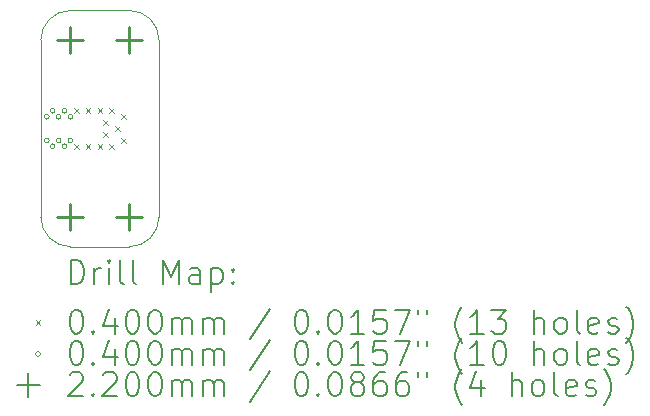
<source format=gbr>
%FSLAX45Y45*%
G04 Gerber Fmt 4.5, Leading zero omitted, Abs format (unit mm)*
G04 Created by KiCad (PCBNEW 6.0.1-79c1e3a40b~116~ubuntu20.04.1) date 2022-01-29 12:40:05*
%MOMM*%
%LPD*%
G01*
G04 APERTURE LIST*
%TA.AperFunction,Profile*%
%ADD10C,0.100000*%
%TD*%
%ADD11C,0.200000*%
%ADD12C,0.040000*%
%ADD13C,0.220000*%
G04 APERTURE END LIST*
D10*
X16250000Y-8500000D02*
X16250000Y-10000000D01*
X15500000Y-8250000D02*
G75*
G03*
X15250000Y-8500000I0J-250000D01*
G01*
X15250000Y-10000000D02*
G75*
G03*
X15500000Y-10250000I250000J0D01*
G01*
X16000000Y-10250000D02*
G75*
G03*
X16250000Y-10000000I0J250000D01*
G01*
X15500000Y-8250000D02*
X16000000Y-8250000D01*
X15250000Y-10000000D02*
X15250000Y-8500000D01*
X16000000Y-10250000D02*
X15500000Y-10250000D01*
X16250000Y-8500000D02*
G75*
G03*
X16000000Y-8250000I-250000J0D01*
G01*
D11*
D12*
X15530000Y-9080000D02*
X15570000Y-9120000D01*
X15570000Y-9080000D02*
X15530000Y-9120000D01*
X15530000Y-9380000D02*
X15570000Y-9420000D01*
X15570000Y-9380000D02*
X15530000Y-9420000D01*
X15630000Y-9080000D02*
X15670000Y-9120000D01*
X15670000Y-9080000D02*
X15630000Y-9120000D01*
X15630000Y-9380000D02*
X15670000Y-9420000D01*
X15670000Y-9380000D02*
X15630000Y-9420000D01*
X15730000Y-9080000D02*
X15770000Y-9120000D01*
X15770000Y-9080000D02*
X15730000Y-9120000D01*
X15730000Y-9380000D02*
X15770000Y-9420000D01*
X15770000Y-9380000D02*
X15730000Y-9420000D01*
X15780000Y-9180000D02*
X15820000Y-9220000D01*
X15820000Y-9180000D02*
X15780000Y-9220000D01*
X15780000Y-9280000D02*
X15820000Y-9320000D01*
X15820000Y-9280000D02*
X15780000Y-9320000D01*
X15830000Y-9080000D02*
X15870000Y-9120000D01*
X15870000Y-9080000D02*
X15830000Y-9120000D01*
X15830000Y-9380000D02*
X15870000Y-9420000D01*
X15870000Y-9380000D02*
X15830000Y-9420000D01*
X15880000Y-9230000D02*
X15920000Y-9270000D01*
X15920000Y-9230000D02*
X15880000Y-9270000D01*
X15930000Y-9130000D02*
X15970000Y-9170000D01*
X15970000Y-9130000D02*
X15930000Y-9170000D01*
X15930000Y-9330000D02*
X15970000Y-9370000D01*
X15970000Y-9330000D02*
X15930000Y-9370000D01*
X15320000Y-9150000D02*
G75*
G03*
X15320000Y-9150000I-20000J0D01*
G01*
X15320000Y-9350000D02*
G75*
G03*
X15320000Y-9350000I-20000J0D01*
G01*
X15370000Y-9100000D02*
G75*
G03*
X15370000Y-9100000I-20000J0D01*
G01*
X15370000Y-9400000D02*
G75*
G03*
X15370000Y-9400000I-20000J0D01*
G01*
X15420000Y-9150000D02*
G75*
G03*
X15420000Y-9150000I-20000J0D01*
G01*
X15420000Y-9350000D02*
G75*
G03*
X15420000Y-9350000I-20000J0D01*
G01*
X15470000Y-9100000D02*
G75*
G03*
X15470000Y-9100000I-20000J0D01*
G01*
X15470000Y-9400000D02*
G75*
G03*
X15470000Y-9400000I-20000J0D01*
G01*
X15520000Y-9150000D02*
G75*
G03*
X15520000Y-9150000I-20000J0D01*
G01*
X15520000Y-9350000D02*
G75*
G03*
X15520000Y-9350000I-20000J0D01*
G01*
D13*
X15500000Y-8390000D02*
X15500000Y-8610000D01*
X15390000Y-8500000D02*
X15610000Y-8500000D01*
X15500000Y-9890000D02*
X15500000Y-10110000D01*
X15390000Y-10000000D02*
X15610000Y-10000000D01*
X16000000Y-8390000D02*
X16000000Y-8610000D01*
X15890000Y-8500000D02*
X16110000Y-8500000D01*
X16000000Y-9890000D02*
X16000000Y-10110000D01*
X15890000Y-10000000D02*
X16110000Y-10000000D01*
D11*
X15502619Y-10565476D02*
X15502619Y-10365476D01*
X15550238Y-10365476D01*
X15578809Y-10375000D01*
X15597857Y-10394048D01*
X15607381Y-10413095D01*
X15616905Y-10451190D01*
X15616905Y-10479762D01*
X15607381Y-10517857D01*
X15597857Y-10536905D01*
X15578809Y-10555952D01*
X15550238Y-10565476D01*
X15502619Y-10565476D01*
X15702619Y-10565476D02*
X15702619Y-10432143D01*
X15702619Y-10470238D02*
X15712143Y-10451190D01*
X15721667Y-10441667D01*
X15740714Y-10432143D01*
X15759762Y-10432143D01*
X15826428Y-10565476D02*
X15826428Y-10432143D01*
X15826428Y-10365476D02*
X15816905Y-10375000D01*
X15826428Y-10384524D01*
X15835952Y-10375000D01*
X15826428Y-10365476D01*
X15826428Y-10384524D01*
X15950238Y-10565476D02*
X15931190Y-10555952D01*
X15921667Y-10536905D01*
X15921667Y-10365476D01*
X16055000Y-10565476D02*
X16035952Y-10555952D01*
X16026428Y-10536905D01*
X16026428Y-10365476D01*
X16283571Y-10565476D02*
X16283571Y-10365476D01*
X16350238Y-10508333D01*
X16416905Y-10365476D01*
X16416905Y-10565476D01*
X16597857Y-10565476D02*
X16597857Y-10460714D01*
X16588333Y-10441667D01*
X16569286Y-10432143D01*
X16531190Y-10432143D01*
X16512143Y-10441667D01*
X16597857Y-10555952D02*
X16578809Y-10565476D01*
X16531190Y-10565476D01*
X16512143Y-10555952D01*
X16502619Y-10536905D01*
X16502619Y-10517857D01*
X16512143Y-10498810D01*
X16531190Y-10489286D01*
X16578809Y-10489286D01*
X16597857Y-10479762D01*
X16693095Y-10432143D02*
X16693095Y-10632143D01*
X16693095Y-10441667D02*
X16712143Y-10432143D01*
X16750238Y-10432143D01*
X16769286Y-10441667D01*
X16778810Y-10451190D01*
X16788333Y-10470238D01*
X16788333Y-10527381D01*
X16778810Y-10546429D01*
X16769286Y-10555952D01*
X16750238Y-10565476D01*
X16712143Y-10565476D01*
X16693095Y-10555952D01*
X16874048Y-10546429D02*
X16883571Y-10555952D01*
X16874048Y-10565476D01*
X16864524Y-10555952D01*
X16874048Y-10546429D01*
X16874048Y-10565476D01*
X16874048Y-10441667D02*
X16883571Y-10451190D01*
X16874048Y-10460714D01*
X16864524Y-10451190D01*
X16874048Y-10441667D01*
X16874048Y-10460714D01*
D12*
X15205000Y-10875000D02*
X15245000Y-10915000D01*
X15245000Y-10875000D02*
X15205000Y-10915000D01*
D11*
X15540714Y-10785476D02*
X15559762Y-10785476D01*
X15578809Y-10795000D01*
X15588333Y-10804524D01*
X15597857Y-10823571D01*
X15607381Y-10861667D01*
X15607381Y-10909286D01*
X15597857Y-10947381D01*
X15588333Y-10966429D01*
X15578809Y-10975952D01*
X15559762Y-10985476D01*
X15540714Y-10985476D01*
X15521667Y-10975952D01*
X15512143Y-10966429D01*
X15502619Y-10947381D01*
X15493095Y-10909286D01*
X15493095Y-10861667D01*
X15502619Y-10823571D01*
X15512143Y-10804524D01*
X15521667Y-10795000D01*
X15540714Y-10785476D01*
X15693095Y-10966429D02*
X15702619Y-10975952D01*
X15693095Y-10985476D01*
X15683571Y-10975952D01*
X15693095Y-10966429D01*
X15693095Y-10985476D01*
X15874048Y-10852143D02*
X15874048Y-10985476D01*
X15826428Y-10775952D02*
X15778809Y-10918810D01*
X15902619Y-10918810D01*
X16016905Y-10785476D02*
X16035952Y-10785476D01*
X16055000Y-10795000D01*
X16064524Y-10804524D01*
X16074048Y-10823571D01*
X16083571Y-10861667D01*
X16083571Y-10909286D01*
X16074048Y-10947381D01*
X16064524Y-10966429D01*
X16055000Y-10975952D01*
X16035952Y-10985476D01*
X16016905Y-10985476D01*
X15997857Y-10975952D01*
X15988333Y-10966429D01*
X15978809Y-10947381D01*
X15969286Y-10909286D01*
X15969286Y-10861667D01*
X15978809Y-10823571D01*
X15988333Y-10804524D01*
X15997857Y-10795000D01*
X16016905Y-10785476D01*
X16207381Y-10785476D02*
X16226428Y-10785476D01*
X16245476Y-10795000D01*
X16255000Y-10804524D01*
X16264524Y-10823571D01*
X16274048Y-10861667D01*
X16274048Y-10909286D01*
X16264524Y-10947381D01*
X16255000Y-10966429D01*
X16245476Y-10975952D01*
X16226428Y-10985476D01*
X16207381Y-10985476D01*
X16188333Y-10975952D01*
X16178809Y-10966429D01*
X16169286Y-10947381D01*
X16159762Y-10909286D01*
X16159762Y-10861667D01*
X16169286Y-10823571D01*
X16178809Y-10804524D01*
X16188333Y-10795000D01*
X16207381Y-10785476D01*
X16359762Y-10985476D02*
X16359762Y-10852143D01*
X16359762Y-10871190D02*
X16369286Y-10861667D01*
X16388333Y-10852143D01*
X16416905Y-10852143D01*
X16435952Y-10861667D01*
X16445476Y-10880714D01*
X16445476Y-10985476D01*
X16445476Y-10880714D02*
X16455000Y-10861667D01*
X16474048Y-10852143D01*
X16502619Y-10852143D01*
X16521667Y-10861667D01*
X16531190Y-10880714D01*
X16531190Y-10985476D01*
X16626428Y-10985476D02*
X16626428Y-10852143D01*
X16626428Y-10871190D02*
X16635952Y-10861667D01*
X16655000Y-10852143D01*
X16683571Y-10852143D01*
X16702619Y-10861667D01*
X16712143Y-10880714D01*
X16712143Y-10985476D01*
X16712143Y-10880714D02*
X16721667Y-10861667D01*
X16740714Y-10852143D01*
X16769286Y-10852143D01*
X16788333Y-10861667D01*
X16797857Y-10880714D01*
X16797857Y-10985476D01*
X17188333Y-10775952D02*
X17016905Y-11033095D01*
X17445476Y-10785476D02*
X17464524Y-10785476D01*
X17483571Y-10795000D01*
X17493095Y-10804524D01*
X17502619Y-10823571D01*
X17512143Y-10861667D01*
X17512143Y-10909286D01*
X17502619Y-10947381D01*
X17493095Y-10966429D01*
X17483571Y-10975952D01*
X17464524Y-10985476D01*
X17445476Y-10985476D01*
X17426429Y-10975952D01*
X17416905Y-10966429D01*
X17407381Y-10947381D01*
X17397857Y-10909286D01*
X17397857Y-10861667D01*
X17407381Y-10823571D01*
X17416905Y-10804524D01*
X17426429Y-10795000D01*
X17445476Y-10785476D01*
X17597857Y-10966429D02*
X17607381Y-10975952D01*
X17597857Y-10985476D01*
X17588333Y-10975952D01*
X17597857Y-10966429D01*
X17597857Y-10985476D01*
X17731190Y-10785476D02*
X17750238Y-10785476D01*
X17769286Y-10795000D01*
X17778810Y-10804524D01*
X17788333Y-10823571D01*
X17797857Y-10861667D01*
X17797857Y-10909286D01*
X17788333Y-10947381D01*
X17778810Y-10966429D01*
X17769286Y-10975952D01*
X17750238Y-10985476D01*
X17731190Y-10985476D01*
X17712143Y-10975952D01*
X17702619Y-10966429D01*
X17693095Y-10947381D01*
X17683571Y-10909286D01*
X17683571Y-10861667D01*
X17693095Y-10823571D01*
X17702619Y-10804524D01*
X17712143Y-10795000D01*
X17731190Y-10785476D01*
X17988333Y-10985476D02*
X17874048Y-10985476D01*
X17931190Y-10985476D02*
X17931190Y-10785476D01*
X17912143Y-10814048D01*
X17893095Y-10833095D01*
X17874048Y-10842619D01*
X18169286Y-10785476D02*
X18074048Y-10785476D01*
X18064524Y-10880714D01*
X18074048Y-10871190D01*
X18093095Y-10861667D01*
X18140714Y-10861667D01*
X18159762Y-10871190D01*
X18169286Y-10880714D01*
X18178810Y-10899762D01*
X18178810Y-10947381D01*
X18169286Y-10966429D01*
X18159762Y-10975952D01*
X18140714Y-10985476D01*
X18093095Y-10985476D01*
X18074048Y-10975952D01*
X18064524Y-10966429D01*
X18245476Y-10785476D02*
X18378810Y-10785476D01*
X18293095Y-10985476D01*
X18445476Y-10785476D02*
X18445476Y-10823571D01*
X18521667Y-10785476D02*
X18521667Y-10823571D01*
X18816905Y-11061667D02*
X18807381Y-11052143D01*
X18788333Y-11023571D01*
X18778810Y-11004524D01*
X18769286Y-10975952D01*
X18759762Y-10928333D01*
X18759762Y-10890238D01*
X18769286Y-10842619D01*
X18778810Y-10814048D01*
X18788333Y-10795000D01*
X18807381Y-10766429D01*
X18816905Y-10756905D01*
X18997857Y-10985476D02*
X18883571Y-10985476D01*
X18940714Y-10985476D02*
X18940714Y-10785476D01*
X18921667Y-10814048D01*
X18902619Y-10833095D01*
X18883571Y-10842619D01*
X19064524Y-10785476D02*
X19188333Y-10785476D01*
X19121667Y-10861667D01*
X19150238Y-10861667D01*
X19169286Y-10871190D01*
X19178810Y-10880714D01*
X19188333Y-10899762D01*
X19188333Y-10947381D01*
X19178810Y-10966429D01*
X19169286Y-10975952D01*
X19150238Y-10985476D01*
X19093095Y-10985476D01*
X19074048Y-10975952D01*
X19064524Y-10966429D01*
X19426429Y-10985476D02*
X19426429Y-10785476D01*
X19512143Y-10985476D02*
X19512143Y-10880714D01*
X19502619Y-10861667D01*
X19483571Y-10852143D01*
X19455000Y-10852143D01*
X19435952Y-10861667D01*
X19426429Y-10871190D01*
X19635952Y-10985476D02*
X19616905Y-10975952D01*
X19607381Y-10966429D01*
X19597857Y-10947381D01*
X19597857Y-10890238D01*
X19607381Y-10871190D01*
X19616905Y-10861667D01*
X19635952Y-10852143D01*
X19664524Y-10852143D01*
X19683571Y-10861667D01*
X19693095Y-10871190D01*
X19702619Y-10890238D01*
X19702619Y-10947381D01*
X19693095Y-10966429D01*
X19683571Y-10975952D01*
X19664524Y-10985476D01*
X19635952Y-10985476D01*
X19816905Y-10985476D02*
X19797857Y-10975952D01*
X19788333Y-10956905D01*
X19788333Y-10785476D01*
X19969286Y-10975952D02*
X19950238Y-10985476D01*
X19912143Y-10985476D01*
X19893095Y-10975952D01*
X19883571Y-10956905D01*
X19883571Y-10880714D01*
X19893095Y-10861667D01*
X19912143Y-10852143D01*
X19950238Y-10852143D01*
X19969286Y-10861667D01*
X19978810Y-10880714D01*
X19978810Y-10899762D01*
X19883571Y-10918810D01*
X20055000Y-10975952D02*
X20074048Y-10985476D01*
X20112143Y-10985476D01*
X20131190Y-10975952D01*
X20140714Y-10956905D01*
X20140714Y-10947381D01*
X20131190Y-10928333D01*
X20112143Y-10918810D01*
X20083571Y-10918810D01*
X20064524Y-10909286D01*
X20055000Y-10890238D01*
X20055000Y-10880714D01*
X20064524Y-10861667D01*
X20083571Y-10852143D01*
X20112143Y-10852143D01*
X20131190Y-10861667D01*
X20207381Y-11061667D02*
X20216905Y-11052143D01*
X20235952Y-11023571D01*
X20245476Y-11004524D01*
X20255000Y-10975952D01*
X20264524Y-10928333D01*
X20264524Y-10890238D01*
X20255000Y-10842619D01*
X20245476Y-10814048D01*
X20235952Y-10795000D01*
X20216905Y-10766429D01*
X20207381Y-10756905D01*
D12*
X15245000Y-11159000D02*
G75*
G03*
X15245000Y-11159000I-20000J0D01*
G01*
D11*
X15540714Y-11049476D02*
X15559762Y-11049476D01*
X15578809Y-11059000D01*
X15588333Y-11068524D01*
X15597857Y-11087571D01*
X15607381Y-11125667D01*
X15607381Y-11173286D01*
X15597857Y-11211381D01*
X15588333Y-11230428D01*
X15578809Y-11239952D01*
X15559762Y-11249476D01*
X15540714Y-11249476D01*
X15521667Y-11239952D01*
X15512143Y-11230428D01*
X15502619Y-11211381D01*
X15493095Y-11173286D01*
X15493095Y-11125667D01*
X15502619Y-11087571D01*
X15512143Y-11068524D01*
X15521667Y-11059000D01*
X15540714Y-11049476D01*
X15693095Y-11230428D02*
X15702619Y-11239952D01*
X15693095Y-11249476D01*
X15683571Y-11239952D01*
X15693095Y-11230428D01*
X15693095Y-11249476D01*
X15874048Y-11116143D02*
X15874048Y-11249476D01*
X15826428Y-11039952D02*
X15778809Y-11182810D01*
X15902619Y-11182810D01*
X16016905Y-11049476D02*
X16035952Y-11049476D01*
X16055000Y-11059000D01*
X16064524Y-11068524D01*
X16074048Y-11087571D01*
X16083571Y-11125667D01*
X16083571Y-11173286D01*
X16074048Y-11211381D01*
X16064524Y-11230428D01*
X16055000Y-11239952D01*
X16035952Y-11249476D01*
X16016905Y-11249476D01*
X15997857Y-11239952D01*
X15988333Y-11230428D01*
X15978809Y-11211381D01*
X15969286Y-11173286D01*
X15969286Y-11125667D01*
X15978809Y-11087571D01*
X15988333Y-11068524D01*
X15997857Y-11059000D01*
X16016905Y-11049476D01*
X16207381Y-11049476D02*
X16226428Y-11049476D01*
X16245476Y-11059000D01*
X16255000Y-11068524D01*
X16264524Y-11087571D01*
X16274048Y-11125667D01*
X16274048Y-11173286D01*
X16264524Y-11211381D01*
X16255000Y-11230428D01*
X16245476Y-11239952D01*
X16226428Y-11249476D01*
X16207381Y-11249476D01*
X16188333Y-11239952D01*
X16178809Y-11230428D01*
X16169286Y-11211381D01*
X16159762Y-11173286D01*
X16159762Y-11125667D01*
X16169286Y-11087571D01*
X16178809Y-11068524D01*
X16188333Y-11059000D01*
X16207381Y-11049476D01*
X16359762Y-11249476D02*
X16359762Y-11116143D01*
X16359762Y-11135190D02*
X16369286Y-11125667D01*
X16388333Y-11116143D01*
X16416905Y-11116143D01*
X16435952Y-11125667D01*
X16445476Y-11144714D01*
X16445476Y-11249476D01*
X16445476Y-11144714D02*
X16455000Y-11125667D01*
X16474048Y-11116143D01*
X16502619Y-11116143D01*
X16521667Y-11125667D01*
X16531190Y-11144714D01*
X16531190Y-11249476D01*
X16626428Y-11249476D02*
X16626428Y-11116143D01*
X16626428Y-11135190D02*
X16635952Y-11125667D01*
X16655000Y-11116143D01*
X16683571Y-11116143D01*
X16702619Y-11125667D01*
X16712143Y-11144714D01*
X16712143Y-11249476D01*
X16712143Y-11144714D02*
X16721667Y-11125667D01*
X16740714Y-11116143D01*
X16769286Y-11116143D01*
X16788333Y-11125667D01*
X16797857Y-11144714D01*
X16797857Y-11249476D01*
X17188333Y-11039952D02*
X17016905Y-11297095D01*
X17445476Y-11049476D02*
X17464524Y-11049476D01*
X17483571Y-11059000D01*
X17493095Y-11068524D01*
X17502619Y-11087571D01*
X17512143Y-11125667D01*
X17512143Y-11173286D01*
X17502619Y-11211381D01*
X17493095Y-11230428D01*
X17483571Y-11239952D01*
X17464524Y-11249476D01*
X17445476Y-11249476D01*
X17426429Y-11239952D01*
X17416905Y-11230428D01*
X17407381Y-11211381D01*
X17397857Y-11173286D01*
X17397857Y-11125667D01*
X17407381Y-11087571D01*
X17416905Y-11068524D01*
X17426429Y-11059000D01*
X17445476Y-11049476D01*
X17597857Y-11230428D02*
X17607381Y-11239952D01*
X17597857Y-11249476D01*
X17588333Y-11239952D01*
X17597857Y-11230428D01*
X17597857Y-11249476D01*
X17731190Y-11049476D02*
X17750238Y-11049476D01*
X17769286Y-11059000D01*
X17778810Y-11068524D01*
X17788333Y-11087571D01*
X17797857Y-11125667D01*
X17797857Y-11173286D01*
X17788333Y-11211381D01*
X17778810Y-11230428D01*
X17769286Y-11239952D01*
X17750238Y-11249476D01*
X17731190Y-11249476D01*
X17712143Y-11239952D01*
X17702619Y-11230428D01*
X17693095Y-11211381D01*
X17683571Y-11173286D01*
X17683571Y-11125667D01*
X17693095Y-11087571D01*
X17702619Y-11068524D01*
X17712143Y-11059000D01*
X17731190Y-11049476D01*
X17988333Y-11249476D02*
X17874048Y-11249476D01*
X17931190Y-11249476D02*
X17931190Y-11049476D01*
X17912143Y-11078048D01*
X17893095Y-11097095D01*
X17874048Y-11106619D01*
X18169286Y-11049476D02*
X18074048Y-11049476D01*
X18064524Y-11144714D01*
X18074048Y-11135190D01*
X18093095Y-11125667D01*
X18140714Y-11125667D01*
X18159762Y-11135190D01*
X18169286Y-11144714D01*
X18178810Y-11163762D01*
X18178810Y-11211381D01*
X18169286Y-11230428D01*
X18159762Y-11239952D01*
X18140714Y-11249476D01*
X18093095Y-11249476D01*
X18074048Y-11239952D01*
X18064524Y-11230428D01*
X18245476Y-11049476D02*
X18378810Y-11049476D01*
X18293095Y-11249476D01*
X18445476Y-11049476D02*
X18445476Y-11087571D01*
X18521667Y-11049476D02*
X18521667Y-11087571D01*
X18816905Y-11325667D02*
X18807381Y-11316143D01*
X18788333Y-11287571D01*
X18778810Y-11268524D01*
X18769286Y-11239952D01*
X18759762Y-11192333D01*
X18759762Y-11154238D01*
X18769286Y-11106619D01*
X18778810Y-11078048D01*
X18788333Y-11059000D01*
X18807381Y-11030429D01*
X18816905Y-11020905D01*
X18997857Y-11249476D02*
X18883571Y-11249476D01*
X18940714Y-11249476D02*
X18940714Y-11049476D01*
X18921667Y-11078048D01*
X18902619Y-11097095D01*
X18883571Y-11106619D01*
X19121667Y-11049476D02*
X19140714Y-11049476D01*
X19159762Y-11059000D01*
X19169286Y-11068524D01*
X19178810Y-11087571D01*
X19188333Y-11125667D01*
X19188333Y-11173286D01*
X19178810Y-11211381D01*
X19169286Y-11230428D01*
X19159762Y-11239952D01*
X19140714Y-11249476D01*
X19121667Y-11249476D01*
X19102619Y-11239952D01*
X19093095Y-11230428D01*
X19083571Y-11211381D01*
X19074048Y-11173286D01*
X19074048Y-11125667D01*
X19083571Y-11087571D01*
X19093095Y-11068524D01*
X19102619Y-11059000D01*
X19121667Y-11049476D01*
X19426429Y-11249476D02*
X19426429Y-11049476D01*
X19512143Y-11249476D02*
X19512143Y-11144714D01*
X19502619Y-11125667D01*
X19483571Y-11116143D01*
X19455000Y-11116143D01*
X19435952Y-11125667D01*
X19426429Y-11135190D01*
X19635952Y-11249476D02*
X19616905Y-11239952D01*
X19607381Y-11230428D01*
X19597857Y-11211381D01*
X19597857Y-11154238D01*
X19607381Y-11135190D01*
X19616905Y-11125667D01*
X19635952Y-11116143D01*
X19664524Y-11116143D01*
X19683571Y-11125667D01*
X19693095Y-11135190D01*
X19702619Y-11154238D01*
X19702619Y-11211381D01*
X19693095Y-11230428D01*
X19683571Y-11239952D01*
X19664524Y-11249476D01*
X19635952Y-11249476D01*
X19816905Y-11249476D02*
X19797857Y-11239952D01*
X19788333Y-11220905D01*
X19788333Y-11049476D01*
X19969286Y-11239952D02*
X19950238Y-11249476D01*
X19912143Y-11249476D01*
X19893095Y-11239952D01*
X19883571Y-11220905D01*
X19883571Y-11144714D01*
X19893095Y-11125667D01*
X19912143Y-11116143D01*
X19950238Y-11116143D01*
X19969286Y-11125667D01*
X19978810Y-11144714D01*
X19978810Y-11163762D01*
X19883571Y-11182810D01*
X20055000Y-11239952D02*
X20074048Y-11249476D01*
X20112143Y-11249476D01*
X20131190Y-11239952D01*
X20140714Y-11220905D01*
X20140714Y-11211381D01*
X20131190Y-11192333D01*
X20112143Y-11182810D01*
X20083571Y-11182810D01*
X20064524Y-11173286D01*
X20055000Y-11154238D01*
X20055000Y-11144714D01*
X20064524Y-11125667D01*
X20083571Y-11116143D01*
X20112143Y-11116143D01*
X20131190Y-11125667D01*
X20207381Y-11325667D02*
X20216905Y-11316143D01*
X20235952Y-11287571D01*
X20245476Y-11268524D01*
X20255000Y-11239952D01*
X20264524Y-11192333D01*
X20264524Y-11154238D01*
X20255000Y-11106619D01*
X20245476Y-11078048D01*
X20235952Y-11059000D01*
X20216905Y-11030429D01*
X20207381Y-11020905D01*
X15145000Y-11323000D02*
X15145000Y-11523000D01*
X15045000Y-11423000D02*
X15245000Y-11423000D01*
X15493095Y-11332524D02*
X15502619Y-11323000D01*
X15521667Y-11313476D01*
X15569286Y-11313476D01*
X15588333Y-11323000D01*
X15597857Y-11332524D01*
X15607381Y-11351571D01*
X15607381Y-11370619D01*
X15597857Y-11399190D01*
X15483571Y-11513476D01*
X15607381Y-11513476D01*
X15693095Y-11494428D02*
X15702619Y-11503952D01*
X15693095Y-11513476D01*
X15683571Y-11503952D01*
X15693095Y-11494428D01*
X15693095Y-11513476D01*
X15778809Y-11332524D02*
X15788333Y-11323000D01*
X15807381Y-11313476D01*
X15855000Y-11313476D01*
X15874048Y-11323000D01*
X15883571Y-11332524D01*
X15893095Y-11351571D01*
X15893095Y-11370619D01*
X15883571Y-11399190D01*
X15769286Y-11513476D01*
X15893095Y-11513476D01*
X16016905Y-11313476D02*
X16035952Y-11313476D01*
X16055000Y-11323000D01*
X16064524Y-11332524D01*
X16074048Y-11351571D01*
X16083571Y-11389667D01*
X16083571Y-11437286D01*
X16074048Y-11475381D01*
X16064524Y-11494428D01*
X16055000Y-11503952D01*
X16035952Y-11513476D01*
X16016905Y-11513476D01*
X15997857Y-11503952D01*
X15988333Y-11494428D01*
X15978809Y-11475381D01*
X15969286Y-11437286D01*
X15969286Y-11389667D01*
X15978809Y-11351571D01*
X15988333Y-11332524D01*
X15997857Y-11323000D01*
X16016905Y-11313476D01*
X16207381Y-11313476D02*
X16226428Y-11313476D01*
X16245476Y-11323000D01*
X16255000Y-11332524D01*
X16264524Y-11351571D01*
X16274048Y-11389667D01*
X16274048Y-11437286D01*
X16264524Y-11475381D01*
X16255000Y-11494428D01*
X16245476Y-11503952D01*
X16226428Y-11513476D01*
X16207381Y-11513476D01*
X16188333Y-11503952D01*
X16178809Y-11494428D01*
X16169286Y-11475381D01*
X16159762Y-11437286D01*
X16159762Y-11389667D01*
X16169286Y-11351571D01*
X16178809Y-11332524D01*
X16188333Y-11323000D01*
X16207381Y-11313476D01*
X16359762Y-11513476D02*
X16359762Y-11380143D01*
X16359762Y-11399190D02*
X16369286Y-11389667D01*
X16388333Y-11380143D01*
X16416905Y-11380143D01*
X16435952Y-11389667D01*
X16445476Y-11408714D01*
X16445476Y-11513476D01*
X16445476Y-11408714D02*
X16455000Y-11389667D01*
X16474048Y-11380143D01*
X16502619Y-11380143D01*
X16521667Y-11389667D01*
X16531190Y-11408714D01*
X16531190Y-11513476D01*
X16626428Y-11513476D02*
X16626428Y-11380143D01*
X16626428Y-11399190D02*
X16635952Y-11389667D01*
X16655000Y-11380143D01*
X16683571Y-11380143D01*
X16702619Y-11389667D01*
X16712143Y-11408714D01*
X16712143Y-11513476D01*
X16712143Y-11408714D02*
X16721667Y-11389667D01*
X16740714Y-11380143D01*
X16769286Y-11380143D01*
X16788333Y-11389667D01*
X16797857Y-11408714D01*
X16797857Y-11513476D01*
X17188333Y-11303952D02*
X17016905Y-11561095D01*
X17445476Y-11313476D02*
X17464524Y-11313476D01*
X17483571Y-11323000D01*
X17493095Y-11332524D01*
X17502619Y-11351571D01*
X17512143Y-11389667D01*
X17512143Y-11437286D01*
X17502619Y-11475381D01*
X17493095Y-11494428D01*
X17483571Y-11503952D01*
X17464524Y-11513476D01*
X17445476Y-11513476D01*
X17426429Y-11503952D01*
X17416905Y-11494428D01*
X17407381Y-11475381D01*
X17397857Y-11437286D01*
X17397857Y-11389667D01*
X17407381Y-11351571D01*
X17416905Y-11332524D01*
X17426429Y-11323000D01*
X17445476Y-11313476D01*
X17597857Y-11494428D02*
X17607381Y-11503952D01*
X17597857Y-11513476D01*
X17588333Y-11503952D01*
X17597857Y-11494428D01*
X17597857Y-11513476D01*
X17731190Y-11313476D02*
X17750238Y-11313476D01*
X17769286Y-11323000D01*
X17778810Y-11332524D01*
X17788333Y-11351571D01*
X17797857Y-11389667D01*
X17797857Y-11437286D01*
X17788333Y-11475381D01*
X17778810Y-11494428D01*
X17769286Y-11503952D01*
X17750238Y-11513476D01*
X17731190Y-11513476D01*
X17712143Y-11503952D01*
X17702619Y-11494428D01*
X17693095Y-11475381D01*
X17683571Y-11437286D01*
X17683571Y-11389667D01*
X17693095Y-11351571D01*
X17702619Y-11332524D01*
X17712143Y-11323000D01*
X17731190Y-11313476D01*
X17912143Y-11399190D02*
X17893095Y-11389667D01*
X17883571Y-11380143D01*
X17874048Y-11361095D01*
X17874048Y-11351571D01*
X17883571Y-11332524D01*
X17893095Y-11323000D01*
X17912143Y-11313476D01*
X17950238Y-11313476D01*
X17969286Y-11323000D01*
X17978810Y-11332524D01*
X17988333Y-11351571D01*
X17988333Y-11361095D01*
X17978810Y-11380143D01*
X17969286Y-11389667D01*
X17950238Y-11399190D01*
X17912143Y-11399190D01*
X17893095Y-11408714D01*
X17883571Y-11418238D01*
X17874048Y-11437286D01*
X17874048Y-11475381D01*
X17883571Y-11494428D01*
X17893095Y-11503952D01*
X17912143Y-11513476D01*
X17950238Y-11513476D01*
X17969286Y-11503952D01*
X17978810Y-11494428D01*
X17988333Y-11475381D01*
X17988333Y-11437286D01*
X17978810Y-11418238D01*
X17969286Y-11408714D01*
X17950238Y-11399190D01*
X18159762Y-11313476D02*
X18121667Y-11313476D01*
X18102619Y-11323000D01*
X18093095Y-11332524D01*
X18074048Y-11361095D01*
X18064524Y-11399190D01*
X18064524Y-11475381D01*
X18074048Y-11494428D01*
X18083571Y-11503952D01*
X18102619Y-11513476D01*
X18140714Y-11513476D01*
X18159762Y-11503952D01*
X18169286Y-11494428D01*
X18178810Y-11475381D01*
X18178810Y-11427762D01*
X18169286Y-11408714D01*
X18159762Y-11399190D01*
X18140714Y-11389667D01*
X18102619Y-11389667D01*
X18083571Y-11399190D01*
X18074048Y-11408714D01*
X18064524Y-11427762D01*
X18350238Y-11313476D02*
X18312143Y-11313476D01*
X18293095Y-11323000D01*
X18283571Y-11332524D01*
X18264524Y-11361095D01*
X18255000Y-11399190D01*
X18255000Y-11475381D01*
X18264524Y-11494428D01*
X18274048Y-11503952D01*
X18293095Y-11513476D01*
X18331190Y-11513476D01*
X18350238Y-11503952D01*
X18359762Y-11494428D01*
X18369286Y-11475381D01*
X18369286Y-11427762D01*
X18359762Y-11408714D01*
X18350238Y-11399190D01*
X18331190Y-11389667D01*
X18293095Y-11389667D01*
X18274048Y-11399190D01*
X18264524Y-11408714D01*
X18255000Y-11427762D01*
X18445476Y-11313476D02*
X18445476Y-11351571D01*
X18521667Y-11313476D02*
X18521667Y-11351571D01*
X18816905Y-11589667D02*
X18807381Y-11580143D01*
X18788333Y-11551571D01*
X18778810Y-11532524D01*
X18769286Y-11503952D01*
X18759762Y-11456333D01*
X18759762Y-11418238D01*
X18769286Y-11370619D01*
X18778810Y-11342048D01*
X18788333Y-11323000D01*
X18807381Y-11294428D01*
X18816905Y-11284905D01*
X18978810Y-11380143D02*
X18978810Y-11513476D01*
X18931190Y-11303952D02*
X18883571Y-11446809D01*
X19007381Y-11446809D01*
X19235952Y-11513476D02*
X19235952Y-11313476D01*
X19321667Y-11513476D02*
X19321667Y-11408714D01*
X19312143Y-11389667D01*
X19293095Y-11380143D01*
X19264524Y-11380143D01*
X19245476Y-11389667D01*
X19235952Y-11399190D01*
X19445476Y-11513476D02*
X19426429Y-11503952D01*
X19416905Y-11494428D01*
X19407381Y-11475381D01*
X19407381Y-11418238D01*
X19416905Y-11399190D01*
X19426429Y-11389667D01*
X19445476Y-11380143D01*
X19474048Y-11380143D01*
X19493095Y-11389667D01*
X19502619Y-11399190D01*
X19512143Y-11418238D01*
X19512143Y-11475381D01*
X19502619Y-11494428D01*
X19493095Y-11503952D01*
X19474048Y-11513476D01*
X19445476Y-11513476D01*
X19626429Y-11513476D02*
X19607381Y-11503952D01*
X19597857Y-11484905D01*
X19597857Y-11313476D01*
X19778810Y-11503952D02*
X19759762Y-11513476D01*
X19721667Y-11513476D01*
X19702619Y-11503952D01*
X19693095Y-11484905D01*
X19693095Y-11408714D01*
X19702619Y-11389667D01*
X19721667Y-11380143D01*
X19759762Y-11380143D01*
X19778810Y-11389667D01*
X19788333Y-11408714D01*
X19788333Y-11427762D01*
X19693095Y-11446809D01*
X19864524Y-11503952D02*
X19883571Y-11513476D01*
X19921667Y-11513476D01*
X19940714Y-11503952D01*
X19950238Y-11484905D01*
X19950238Y-11475381D01*
X19940714Y-11456333D01*
X19921667Y-11446809D01*
X19893095Y-11446809D01*
X19874048Y-11437286D01*
X19864524Y-11418238D01*
X19864524Y-11408714D01*
X19874048Y-11389667D01*
X19893095Y-11380143D01*
X19921667Y-11380143D01*
X19940714Y-11389667D01*
X20016905Y-11589667D02*
X20026429Y-11580143D01*
X20045476Y-11551571D01*
X20055000Y-11532524D01*
X20064524Y-11503952D01*
X20074048Y-11456333D01*
X20074048Y-11418238D01*
X20064524Y-11370619D01*
X20055000Y-11342048D01*
X20045476Y-11323000D01*
X20026429Y-11294428D01*
X20016905Y-11284905D01*
M02*

</source>
